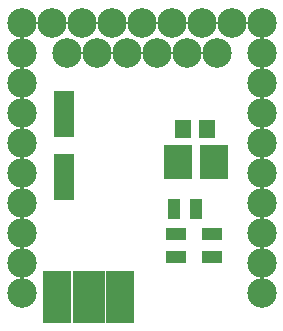
<source format=gbr>
G04 #@! TF.FileFunction,Soldermask,Bot*
%FSLAX46Y46*%
G04 Gerber Fmt 4.6, Leading zero omitted, Abs format (unit mm)*
G04 Created by KiCad (PCBNEW 4.0.5) date 04/10/19 11:23:37*
%MOMM*%
%LPD*%
G01*
G04 APERTURE LIST*
%ADD10C,0.100000*%
%ADD11R,1.670000X1.370000*%
%ADD12R,2.350000X2.900000*%
%ADD13R,1.400000X1.650000*%
%ADD14C,2.500000*%
%ADD15R,1.100000X1.700000*%
%ADD16R,1.700000X1.100000*%
%ADD17R,2.690000X4.400000*%
%ADD18R,2.400000X4.400000*%
G04 APERTURE END LIST*
D10*
D11*
X144841000Y-71765000D03*
X144841000Y-73035000D03*
X144841000Y-74305000D03*
D12*
X154496000Y-77115000D03*
X157546000Y-77115000D03*
D13*
X154961000Y-74325000D03*
X156961000Y-74325000D03*
D11*
X144841000Y-77125000D03*
X144841000Y-78395000D03*
X144841000Y-79665000D03*
D14*
X157761000Y-67845000D03*
X155221000Y-67845000D03*
X152681000Y-67845000D03*
X150141000Y-67845000D03*
X147601000Y-67845000D03*
X145061000Y-67845000D03*
D15*
X156031000Y-81055000D03*
X154131000Y-81055000D03*
D16*
X157351000Y-83215000D03*
X157351000Y-85115000D03*
X154351000Y-83215000D03*
X154351000Y-85115000D03*
D14*
X161571000Y-67845000D03*
X161571000Y-70385000D03*
X161571000Y-72925000D03*
X161571000Y-75465000D03*
X161571000Y-78005000D03*
X161571000Y-80545000D03*
X161571000Y-83085000D03*
X161571000Y-85625000D03*
X161571000Y-88165000D03*
X161571000Y-65305000D03*
X159031000Y-65305000D03*
X156491000Y-65305000D03*
X153951000Y-65305000D03*
X151411000Y-65305000D03*
X148871000Y-65305000D03*
X146331000Y-65305000D03*
X143791000Y-65305000D03*
X141251000Y-65305000D03*
X141251000Y-67845000D03*
X141251000Y-70385000D03*
X141251000Y-72925000D03*
X141251000Y-75465000D03*
X141251000Y-78005000D03*
X141251000Y-80545000D03*
X141251000Y-83085000D03*
X141251000Y-85625000D03*
X141251000Y-88165000D03*
D17*
X146931000Y-88515000D03*
D18*
X149631000Y-88515000D03*
X144231000Y-88535000D03*
M02*

</source>
